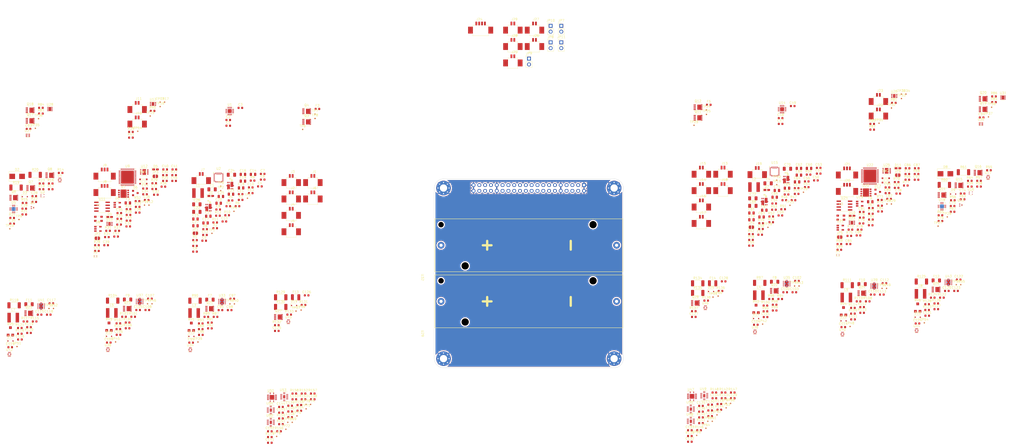
<source format=kicad_pcb>
(kicad_pcb (version 20210623) (generator pcbnew)

  (general
    (thickness 1)
  )

  (paper "A4")
  (title_block
    (title "BUTCube - EPS")
    (date "2021-08-20")
    (rev "v1.0")
    (company "VUT - FIT(STRaDe) & FME(IAE & IPE)")
    (comment 1 "Author: Petr Malaník")
  )

  (layers
    (0 "F.Cu" signal)
    (1 "In1.Cu" signal)
    (2 "In2.Cu" signal)
    (31 "B.Cu" signal)
    (32 "B.Adhes" user "B.Adhesive")
    (33 "F.Adhes" user "F.Adhesive")
    (34 "B.Paste" user)
    (35 "F.Paste" user)
    (36 "B.SilkS" user "B.Silkscreen")
    (37 "F.SilkS" user "F.Silkscreen")
    (38 "B.Mask" user)
    (39 "F.Mask" user)
    (40 "Dwgs.User" user "User.Drawings")
    (41 "Cmts.User" user "User.Comments")
    (42 "Eco1.User" user "User.Eco1")
    (43 "Eco2.User" user "User.Eco2")
    (44 "Edge.Cuts" user)
    (45 "Margin" user)
    (46 "B.CrtYd" user "B.Courtyard")
    (47 "F.CrtYd" user "F.Courtyard")
    (48 "B.Fab" user)
    (49 "F.Fab" user)
    (50 "User.1" user)
    (51 "User.2" user)
    (52 "User.3" user)
    (53 "User.4" user)
    (54 "User.5" user)
    (55 "User.6" user)
    (56 "User.7" user)
    (57 "User.8" user)
    (58 "User.9" user)
  )

  (setup
    (stackup
      (layer "F.SilkS" (type "Top Silk Screen"))
      (layer "F.Paste" (type "Top Solder Paste"))
      (layer "F.Mask" (type "Top Solder Mask") (color "Green") (thickness 0.01))
      (layer "F.Cu" (type "copper") (thickness 0.035))
      (layer "dielectric 1" (type "core") (thickness 0.28) (material "FR4") (epsilon_r 4.5) (loss_tangent 0.02))
      (layer "In1.Cu" (type "copper") (thickness 0.035))
      (layer "dielectric 2" (type "prepreg") (thickness 0.28) (material "FR4") (epsilon_r 4.5) (loss_tangent 0.02))
      (layer "In2.Cu" (type "copper") (thickness 0.035))
      (layer "dielectric 3" (type "core") (thickness 0.28) (material "FR4") (epsilon_r 4.5) (loss_tangent 0.02))
      (layer "B.Cu" (type "copper") (thickness 0.035))
      (layer "B.Mask" (type "Bottom Solder Mask") (color "Green") (thickness 0.01))
      (layer "B.Paste" (type "Bottom Solder Paste"))
      (layer "B.SilkS" (type "Bottom Silk Screen"))
      (copper_finish "Immersion gold")
      (dielectric_constraints no)
    )
    (pad_to_mask_clearance 0)
    (pcbplotparams
      (layerselection 0x00010fc_ffffffff)
      (disableapertmacros false)
      (usegerberextensions false)
      (usegerberattributes true)
      (usegerberadvancedattributes true)
      (creategerberjobfile true)
      (svguseinch false)
      (svgprecision 6)
      (excludeedgelayer true)
      (plotframeref false)
      (viasonmask false)
      (mode 1)
      (useauxorigin false)
      (hpglpennumber 1)
      (hpglpenspeed 20)
      (hpglpendiameter 15.000000)
      (dxfpolygonmode true)
      (dxfimperialunits true)
      (dxfusepcbnewfont true)
      (psnegative false)
      (psa4output false)
      (plotreference true)
      (plotvalue true)
      (plotinvisibletext false)
      (sketchpadsonfab false)
      (subtractmaskfromsilk false)
      (outputformat 1)
      (mirror false)
      (drillshape 1)
      (scaleselection 1)
      (outputdirectory "")
    )
  )

  (net 0 "")
  (net 1 "Net-(C1-Pad1)")
  (net 2 "VBUS")
  (net 3 "/Unit #1/MCU/MCU_POWER")
  (net 4 "/Unit #1/Battery charger/BAT")
  (net 5 "/Unit #1/Battery charger/SOLAR_IN")
  (net 6 "/USB power/USB_POWER")
  (net 7 "Net-(C6-Pad1)")
  (net 8 "Net-(C6-Pad2)")
  (net 9 "Net-(C7-Pad1)")
  (net 10 "GND")
  (net 11 "Net-(C7-Pad2)")
  (net 12 "Net-(C8-Pad1)")
  (net 13 "/Unit #1/Battery charger/PMID")
  (net 14 "/Unit #1/Battery charger/SYS")
  (net 15 "/Unit #1/Battery charger/REGN")
  (net 16 "/Unit #1/Activation control/PWR_OUT")
  (net 17 "Net-(C29-Pad1)")
  (net 18 "/Unit #1/MCU/OUT_CUR")
  (net 19 "Net-(C32-Pad1)")
  (net 20 "/Unit #1/MCU/VREF")
  (net 21 "Net-(C47-Pad1)")
  (net 22 "/Unit #2/MCU/MCU_POWER")
  (net 23 "/Unit #2/Battery charger/SOLAR_IN")
  (net 24 "Net-(C52-Pad1)")
  (net 25 "Net-(C52-Pad2)")
  (net 26 "Net-(C53-Pad1)")
  (net 27 "Net-(C53-Pad2)")
  (net 28 "Net-(C54-Pad1)")
  (net 29 "/Unit #2/Battery charger/PMID")
  (net 30 "/Unit #2/Battery charger/SYS")
  (net 31 "/Unit #2/Battery charger/REGN")
  (net 32 "/Unit #2/Activation control/PWR_OUT")
  (net 33 "Net-(C75-Pad1)")
  (net 34 "/Unit #2/MCU/OUT_CUR")
  (net 35 "Net-(C78-Pad1)")
  (net 36 "/Unit #2/MCU/VREF")
  (net 37 "Net-(C93-Pad1)")
  (net 38 "Net-(C94-Pad1)")
  (net 39 "/Unit #1/Output control/PWR_OUT")
  (net 40 "Net-(C96-Pad1)")
  (net 41 "Net-(C97-Pad1)")
  (net 42 "/Unit #2/Output control/PWR_OUT")
  (net 43 "Net-(C101-Pad1)")
  (net 44 "Net-(C102-Pad1)")
  (net 45 "Net-(C106-Pad1)")
  (net 46 "Net-(C107-Pad1)")
  (net 47 "Net-(C111-Pad1)")
  (net 48 "Net-(C112-Pad1)")
  (net 49 "Net-(C116-Pad1)")
  (net 50 "Net-(C117-Pad1)")
  (net 51 "Net-(C121-Pad1)")
  (net 52 "Net-(C122-Pad1)")
  (net 53 "/Unit #1/ADC/VBAT_CUR")
  (net 54 "/Unit #2/ADC/VBAT_CUR")
  (net 55 "Net-(C129-Pad1)")
  (net 56 "Net-(C130-Pad1)")
  (net 57 "Net-(C131-Pad1)")
  (net 58 "Net-(C132-Pad1)")
  (net 59 "Net-(C133-Pad1)")
  (net 60 "/Unit #2/Activation control/Activation logic/PWR_IN")
  (net 61 "Net-(C138-Pad1)")
  (net 62 "Net-(C139-Pad1)")
  (net 63 "Net-(C140-Pad1)")
  (net 64 "Net-(C141-Pad1)")
  (net 65 "Net-(C142-Pad1)")
  (net 66 "/Unit #1/Activation control/Activation logic/PWR_IN")
  (net 67 "Net-(D2-Pad2)")
  (net 68 "/Stack connector/CAN_L")
  (net 69 "/Stack connector/CAN_H")
  (net 70 "/Unit #1/ADC/1V8_CUR")
  (net 71 "/Unit #2/ADC/1V8_CUR")
  (net 72 "/Unit #1/ADC/3V3_CUR")
  (net 73 "/Unit #2/ADC/3V3_CUR")
  (net 74 "/Unit #1/ADC/5V_CUR")
  (net 75 "/Unit #2/ADC/5V_CUR")
  (net 76 "/Unit #1/Activation control/PWR_IN")
  (net 77 "/Unit #1/MCU/POWER")
  (net 78 "Net-(F3-Pad2)")
  (net 79 "/Unit #2/Activation control/PWR_IN")
  (net 80 "/Unit #2/MCU/POWER")
  (net 81 "Net-(F6-Pad2)")
  (net 82 "Net-(F7-Pad1)")
  (net 83 "/Unit #1/1V8")
  (net 84 "Net-(F8-Pad1)")
  (net 85 "/Unit #2/1V8")
  (net 86 "Net-(F9-Pad1)")
  (net 87 "/Unit #1/3V3")
  (net 88 "Net-(F10-Pad1)")
  (net 89 "/Unit #2/3V3")
  (net 90 "Net-(F11-Pad1)")
  (net 91 "/Unit #1/5V")
  (net 92 "Net-(F12-Pad1)")
  (net 93 "/Unit #2/5V")
  (net 94 "Net-(F13-Pad1)")
  (net 95 "/Unit #1/VBAT")
  (net 96 "Net-(F14-Pad1)")
  (net 97 "/Unit #2/VBAT")
  (net 98 "Net-(J7-Pad1)")
  (net 99 "/Unit #1/MCU/DBG_TX")
  (net 100 "/Unit #1/MCU/DBG_RX")
  (net 101 "/Unit #1/MCU/SWCLK")
  (net 102 "/Unit #1/MCU/SWDIO")
  (net 103 "/Unit #1/Battery temperature control/NTC_OUT")
  (net 104 "Net-(J11-Pad1)")
  (net 105 "/Stack connector/EPS#1_CHARGE")
  (net 106 "/Stack connector/RS_485_~{B}")
  (net 107 "/Stack connector/RS_485_A")
  (net 108 "/Stack connector/EPS#2_CHARGE")
  (net 109 "Net-(J19-Pad1)")
  (net 110 "/Unit #2/MCU/DBG_TX")
  (net 111 "/Unit #2/MCU/DBG_RX")
  (net 112 "/Unit #2/MCU/SWCLK")
  (net 113 "/Unit #2/MCU/SWDIO")
  (net 114 "/Unit #2/Battery temperature control/NTC_OUT")
  (net 115 "Net-(J23-Pad1)")
  (net 116 "/Activation switches/RBF_PIN")
  (net 117 "/Activation switches/SW_#1")
  (net 118 "/Activation switches/SW_#2")
  (net 119 "/Activation switches/SW_#3")
  (net 120 "/Activation switches/SW_#4")
  (net 121 "Net-(JP1-Pad2)")
  (net 122 "Net-(JP2-Pad1)")
  (net 123 "/Unit #1/MCU/NRST")
  (net 124 "Net-(JP3-Pad1)")
  (net 125 "Net-(JP3-Pad2)")
  (net 126 "Net-(JP4-Pad2)")
  (net 127 "Net-(JP5-Pad1)")
  (net 128 "/Unit #2/MCU/NRST")
  (net 129 "Net-(JP6-Pad1)")
  (net 130 "Net-(JP6-Pad2)")
  (net 131 "Net-(L3-Pad1)")
  (net 132 "Net-(L3-Pad2)")
  (net 133 "Net-(L4-Pad1)")
  (net 134 "Net-(L4-Pad2)")
  (net 135 "Net-(L5-Pad1)")
  (net 136 "Net-(L5-Pad2)")
  (net 137 "Net-(L6-Pad1)")
  (net 138 "Net-(L6-Pad2)")
  (net 139 "Net-(L7-Pad1)")
  (net 140 "Net-(L7-Pad2)")
  (net 141 "Net-(L8-Pad1)")
  (net 142 "Net-(L8-Pad2)")
  (net 143 "Net-(Q1-PadG1)")
  (net 144 "Net-(Q1-PadS1)")
  (net 145 "Net-(Q2-PadG1)")
  (net 146 "Net-(Q2-PadS1)")
  (net 147 "/Unit #1/Activation control/Activation logic/SEP_EN")
  (net 148 "Net-(Q3-Pad5)")
  (net 149 "/Unit #1/Activation control/Activation logic/RBF_EN")
  (net 150 "Net-(Q5-Pad1)")
  (net 151 "Net-(Q5-Pad3)")
  (net 152 "Net-(Q7-Pad1)")
  (net 153 "Net-(Q7-Pad4)")
  (net 154 "Net-(Q7-Pad5)")
  (net 155 "Net-(Q9-PadG1)")
  (net 156 "Net-(Q9-PadS1)")
  (net 157 "Net-(Q10-PadG1)")
  (net 158 "Net-(Q10-PadS1)")
  (net 159 "/Unit #2/Activation control/Activation logic/SEP_EN")
  (net 160 "Net-(Q11-Pad5)")
  (net 161 "/Unit #2/Activation control/Activation logic/RBF_EN")
  (net 162 "Net-(Q13-Pad1)")
  (net 163 "Net-(Q13-Pad3)")
  (net 164 "Net-(Q15-Pad1)")
  (net 165 "Net-(Q15-Pad4)")
  (net 166 "Net-(Q15-Pad5)")
  (net 167 "Net-(Q17-Pad4)")
  (net 168 "Net-(Q17-Pad5)")
  (net 169 "Net-(Q18-Pad1)")
  (net 170 "Net-(Q18-Pad4)")
  (net 171 "Net-(Q19-Pad4)")
  (net 172 "Net-(Q19-Pad5)")
  (net 173 "Net-(Q20-Pad1)")
  (net 174 "Net-(Q20-Pad4)")
  (net 175 "/Unit #1/Power supplies/Power_supply_1V8/PER_POWER")
  (net 176 "/Unit #1/MCU/1V8_EN")
  (net 177 "/Unit #2/Power supplies/Power_supply_1V8/PER_POWER")
  (net 178 "/Unit #2/MCU/1V8_EN")
  (net 179 "/Unit #1/MCU/3V3_EN")
  (net 180 "/Unit #2/MCU/3V3_EN")
  (net 181 "/Unit #1/Power supplies/Power_supply_5V/PER_POWER")
  (net 182 "/Unit #1/MCU/5V_EN")
  (net 183 "/Unit #2/Power supplies/Power_supply_5V/PER_POWER")
  (net 184 "/Unit #2/MCU/5V_EN")
  (net 185 "Net-(Q27-Pad1)")
  (net 186 "/Unit #1/MCU/VBAT_EN")
  (net 187 "Net-(Q28-Pad1)")
  (net 188 "/Unit #2/MCU/VBAT_EN")
  (net 189 "/Unit #1/Battery charger/D+")
  (net 190 "/Unit #1/Battery charger/D-")
  (net 191 "Net-(R5-Pad2)")
  (net 192 "Net-(R6-Pad2)")
  (net 193 "Net-(R7-Pad1)")
  (net 194 "Net-(R8-Pad2)")
  (net 195 "Net-(D1-Pad2)")
  (net 196 "Net-(R11-Pad1)")
  (net 197 "Net-(R16-Pad2)")
  (net 198 "Net-(R17-Pad2)")
  (net 199 "Net-(R18-Pad2)")
  (net 200 "Net-(R21-Pad2)")
  (net 201 "Net-(R22-Pad1)")
  (net 202 "Net-(R24-Pad2)")
  (net 203 "/Unit #1/MCU/VBAT")
  (net 204 "/Unit #1/MCU/VDDUSB")
  (net 205 "Net-(R30-Pad1)")
  (net 206 "/Unit #1/MCU/CAN_RS")
  (net 207 "/Unit #1/MCU/RS_485_R_EN")
  (net 208 "/Unit #1/MCU/RS_485_T_EN")
  (net 209 "/Unit #1/Battery temperature control/EN")
  (net 210 "/Unit #1/Battery temperature control/NTC_REF")
  (net 211 "/Unit #2/Battery charger/D+")
  (net 212 "/Unit #2/Battery charger/D-")
  (net 213 "Net-(R47-Pad2)")
  (net 214 "Net-(R57-Pad2)")
  (net 215 "/Unit #2/MCU/VBAT")
  (net 216 "/Unit #2/MCU/VDDUSB")
  (net 217 "/Unit #2/MCU/CAN_RS")
  (net 218 "/Unit #2/MCU/RS_485_R_EN")
  (net 219 "/Unit #2/MCU/RS_485_T_EN")
  (net 220 "/Unit #2/Battery temperature control/EN")
  (net 221 "/Unit #2/Battery temperature control/NTC_REF")
  (net 222 "Net-(R82-Pad1)")
  (net 223 "Net-(R91-Pad2)")
  (net 224 "Net-(R98-Pad2)")
  (net 225 "Net-(R105-Pad2)")
  (net 226 "Net-(R112-Pad2)")
  (net 227 "Net-(R119-Pad2)")
  (net 228 "/Unit #1/Battery temperature control/~{FAULT}")
  (net 229 "/Unit #2/Battery temperature control/~{FAULT}")
  (net 230 "Net-(TP61-Pad1)")
  (net 231 "Net-(TP62-Pad1)")
  (net 232 "Net-(TP63-Pad1)")
  (net 233 "Net-(TP64-Pad1)")
  (net 234 "Net-(TP67-Pad1)")
  (net 235 "Net-(TP69-Pad1)")
  (net 236 "Net-(TP70-Pad1)")
  (net 237 "Net-(TP71-Pad1)")
  (net 238 "Net-(TP72-Pad1)")
  (net 239 "Net-(TP75-Pad1)")
  (net 240 "/Unit #1/ADC/~{CS}")
  (net 241 "/Unit #1/MCU/SPI_MISO")
  (net 242 "/Unit #1/MCU/SPI_SCK")
  (net 243 "/Unit #1/MCU/SPI_MOSI")
  (net 244 "Net-(D1-Pad1)")
  (net 245 "/Unit #1/Battery charger/SCL")
  (net 246 "/Unit #1/Battery charger/SDA")
  (net 247 "/Unit #1/Battery charger/~{INT}")
  (net 248 "/Unit #1/MCU/WDG_RESET")
  (net 249 "/Unit #1/MCU/FRAM_CS")
  (net 250 "/Unit #1/MCU/LSE")
  (net 251 "/Unit #1/MCU/HSE")
  (net 252 "/Unit #1/Battery charger/BAT_ALERT")
  (net 253 "/Unit #1/MCU/RS_485_R")
  (net 254 "/Unit #1/MCU/RS_485_T")
  (net 255 "/Unit #1/MCU/CAN_RX")
  (net 256 "/Unit #1/MCU/CAN_TX")
  (net 257 "/Unit #2/ADC/~{CS}")
  (net 258 "/Unit #2/MCU/SPI_MISO")
  (net 259 "/Unit #2/MCU/SPI_SCK")
  (net 260 "/Unit #2/MCU/SPI_MOSI")
  (net 261 "Net-(D5-Pad1)")
  (net 262 "/Unit #2/Battery charger/SCL")
  (net 263 "/Unit #2/Battery charger/SDA")
  (net 264 "/Unit #2/Battery charger/~{INT}")
  (net 265 "/Unit #2/MCU/WDG_RESET")
  (net 266 "/Unit #2/MCU/FRAM_CS")
  (net 267 "/Unit #2/MCU/LSE")
  (net 268 "/Unit #2/MCU/HSE")
  (net 269 "/Unit #2/Battery charger/BAT_ALERT")
  (net 270 "/Unit #2/MCU/RS_485_R")
  (net 271 "/Unit #2/MCU/RS_485_T")
  (net 272 "/Unit #2/MCU/CAN_RX")
  (net 273 "/Unit #2/MCU/CAN_TX")
  (net 274 "Net-(U52-Pad6)")
  (net 275 "Net-(U53-Pad8)")
  (net 276 "Net-(U54-Pad12)")
  (net 277 "Net-(U48-Pad6)")
  (net 278 "Net-(U48-Pad8)")
  (net 279 "Net-(U48-Pad12)")
  (net 280 "Net-(U49-Pad10)")
  (net 281 "Net-(U49-Pad8)")
  (net 282 "Net-(U49-Pad12)")
  (net 283 "Net-(U50-Pad12)")
  (net 284 "Net-(U52-Pad8)")
  (net 285 "Net-(U52-Pad12)")
  (net 286 "Net-(U53-Pad10)")
  (net 287 "Net-(U53-Pad12)")
  (net 288 "Net-(D4-Pad1)")
  (net 289 "Net-(D7-Pad1)")
  (net 290 "Net-(D7-Pad2)")
  (net 291 "Net-(D8-Pad2)")
  (net 292 "Net-(D10-Pad1)")
  (net 293 "Net-(D11-Pad1)")
  (net 294 "/Unit #1/MCU/LED1")
  (net 295 "/Unit #1/MCU/LED2")
  (net 296 "Net-(R41-Pad1)")
  (net 297 "Net-(R46-Pad2)")
  (net 298 "Net-(R48-Pad1)")
  (net 299 "Net-(R49-Pad2)")
  (net 300 "Net-(R52-Pad1)")
  (net 301 "Net-(R58-Pad2)")
  (net 302 "Net-(R59-Pad2)")
  (net 303 "Net-(R62-Pad2)")
  (net 304 "Net-(R63-Pad1)")
  (net 305 "Net-(R65-Pad2)")
  (net 306 "Net-(R71-Pad1)")
  (net 307 "/Unit #2/MCU/LED1")
  (net 308 "/Unit #2/MCU/LED2")
  (net 309 "Net-(R84-Pad1)")
  (net 310 "Net-(R86-Pad1)")
  (net 311 "Net-(R88-Pad2)")
  (net 312 "Net-(R89-Pad1)")
  (net 313 "Net-(R95-Pad2)")
  (net 314 "Net-(R96-Pad1)")
  (net 315 "Net-(R102-Pad2)")
  (net 316 "Net-(R103-Pad1)")
  (net 317 "Net-(R109-Pad2)")
  (net 318 "Net-(R110-Pad1)")
  (net 319 "Net-(R116-Pad2)")
  (net 320 "Net-(R117-Pad1)")
  (net 321 "Net-(R123-Pad2)")
  (net 322 "Net-(R124-Pad1)")
  (net 323 "Net-(R126-Pad2)")
  (net 324 "Net-(R132-Pad2)")
  (net 325 "Net-(R137-Pad2)")
  (net 326 "/Unit #2/Battery charger/BAT")
  (net 327 "/Unit #1/Battery charger/BAT+")
  (net 328 "/Unit #2/Battery charger/BAT+")

  (footprint "LED_SMD:LED_0603_1608Metric_Castellated" (layer "F.Cu") (at -36.765 39.865))

  (footprint "Capacitor_SMD:C_0603_1608Metric" (layer "F.Cu") (at -6.69 62.6))

  (footprint "Package_SO:Vishay_PowerPAK_1212-8_Single" (layer "F.Cu") (at -82.91 42.45))

  (footprint "Capacitor_SMD:C_0603_1608Metric" (layer "F.Cu") (at 252.82 41.71))

  (footprint "Resistor_SMD:R_0603_1608Metric" (layer "F.Cu") (at 227.69 63.37))

  (footprint "Package_SO:SOIC-8_3.9x4.9mm_P1.27mm" (layer "F.Cu") (at -60.125 56.165))

  (footprint "Resistor_SMD:R_0603_1608Metric" (layer "F.Cu") (at -78.2 41.4))

  (footprint "Resistor_SMD:R_0603_1608Metric" (layer "F.Cu") (at 322.84 44.855))

  (footprint "Capacitor_SMD:C_0603_1608Metric" (layer "F.Cu") (at -37.335 48.425))

  (footprint "Diode_SMD:D_SOD-323F" (layer "F.Cu") (at 23.73 99.29))

  (footprint "Capacitor_SMD:C_0603_1608Metric" (layer "F.Cu") (at 261.855 74.97))

  (footprint "TCY_connectors:TestPoint_Pad_D0.5mm" (layer "F.Cu") (at 308.99 60.605))

  (footprint "TCY_IC:VQFN-HR_29(34)_4x4mm_P0.4mm" (layer "F.Cu") (at 233.555 40.775))

  (footprint "LED_SMD:LED_0603_1608Metric_Castellated" (layer "F.Cu") (at -56.785 60.635))

  (footprint "Resistor_SMD:R_0603_1608Metric" (layer "F.Cu") (at 27.86 99.07))

  (footprint "Resistor_SMD:R_0603_1608Metric" (layer "F.Cu") (at 267.78 100.34))

  (footprint "Package_TO_SOT_SMD:SOT-23-5" (layer "F.Cu") (at 262.275 65.33))

  (footprint "Resistor_SMD:R_0603_1608Metric" (layer "F.Cu") (at 276.2 19.99))

  (footprint "Resistor_SMD:R_0603_1608Metric" (layer "F.Cu") (at 311.3 58.375))

  (footprint "MountingHole:MountingHole_3.2mm_M3_Pad_Via" (layer "F.Cu") (at 89 122.5))

  (footprint "Resistor_SMD:R_0603_1608Metric" (layer "F.Cu") (at -92.01 111.28))

  (footprint "Capacitor_SMD:C_0603_1608Metric" (layer "F.Cu") (at -15.51 71.01))

  (footprint "Resistor_SMD:R_0603_1608Metric" (layer "F.Cu") (at -46.52 104.22))

  (footprint "Capacitor_SMD:C_0603_1608Metric" (layer "F.Cu") (at 308.8 92.93))

  (footprint "Resistor_SMD:R_0603_1608Metric" (layer "F.Cu") (at -93.96 54.51))

  (footprint "TCY_connectors:TestPoint_Pad_D0.5mm" (layer "F.Cu") (at 206.69 95.63))

  (footprint "Resistor_SMD:R_2010_5025Metric" (layer "F.Cu") (at 227.08 89.41))

  (footprint "TCY_connectors:Amphenol_10114830-11102LF_1x02_P1.25mm_Horizontal" (layer "F.Cu") (at 128.73 -15.89))

  (footprint "Capacitor_SMD:C_0603_1608Metric" (layer "F.Cu") (at -36.615 50.935))

  (footprint "Capacitor_SMD:C_0603_1608Metric" (layer "F.Cu") (at 22.02 148.08))

  (footprint "TCY_connectors:Amphenol_10114830-11103LF_1x03_P1.25mm_Horizontal" (layer "F.Cu") (at -59 47.83))

  (footprint "Package_SO:Vishay_PowerPAK_1212-8_Single" (layer "F.Cu") (at 314.12 46.845))

  (footprint "Resistor_SMD:R_0603_1608Metric" (layer "F.Cu") (at 27.87 140.25))

  (footprint "Package_DFN_QFN:UQFN-10_1.4x1.8mm_P0.4mm" (layer "F.Cu") (at -100.6 120.6))

  (footprint "Capacitor_SMD:C_0603_1608Metric" (layer "F.Cu") (at 306.01 62.415))

  (footprint "Resistor_SMD:R_0603_1608Metric" (layer "F.Cu") (at 276.2 22.5))

  (footprint "Package_DFN_QFN:UQFN-10_1.4x1.8mm_P0.4mm" (layer "F.Cu") (at 225 110.8))

  (footprint "Resistor_SMD:R_0603_1608Metric" (layer "F.Cu") (at 196.58 156.29))

  (footprint "Resistor_SMD:R_0603_1608Metric" (layer "F.Cu") (at 266.705 66.18))

  (footprint "Capacitor_SMD:C_0603_1608Metric" (layer "F.Cu") (at 229.63 104.34))

  (footprint "Resistor_SMD:R_0603_1608Metric" (layer "F.Cu") (at -57.995 69.415))

  (footprint "Capacitor_SMD:C_0603_1608Metric" (layer "F.Cu") (at 207.28 139.8))

  (footprint "TCY_connectors:TestPoint_Pad_D0.5mm" (layer "F.Cu") (at 16.14 156.46))

  (footprint "Capacitor_SMD:C_0603_1608Metric" (layer "F.Cu") (at 313.95 87.98))

  (footprint "TCY_connectors:Amphenol_10114830-11102LF_1x02_P1.25mm_Horizontal" (layer "F.Cu") (at 22.5 43.52))

  (footprint "TCY_connectors:TestPoint_Pad_D0.5mm" (layer "F.Cu") (at -44.52 23.21))

  (footprint "TCY_connectors:TestPoint_Pad_D0.5mm" (layer "F.Cu") (at -12.13 67.78))

  (footprint "Resistor_SMD:R_0603_1608Metric" (layer "F.Cu") (at -48.565 57.235))

  (footprint "Resistor_SMD:R_0603_1608Metric" (layer "F.Cu") (at 295.555 41.88))

  (footprint "Resistor_SMD:R_0603_1608Metric" (layer "F.Cu") (at 223.28 70.65))

  (footprint "Connector_PinHeader_2.54mm:PinHeader_1x02_P2.54mm_Vertical" (layer "F.Cu") (at 140.43 -15.625))

  (footprint "Capacitor_SMD:C_0603_1608Metric" (layer "F.Cu") (at 287.585 50.43))

  (footprint "Resistor_SMD:R_0603_1608Metric" (layer "F.Cu") (at 248.41 42.15))

  (footprint "Resistor_SMD:R_0603_1608Metric" (layer "F.Cu") (at -38.05 14.32))

  (footprint "Resistor_SMD:R_0603_1608Metric" (layer "F.Cu") (at -86.81 12.98))

  (footprint "Resistor_SMD:R_0603_1608Metric" (layer "F.Cu") (at 290.875 46.9))

  (footprint "Package_DFN_QFN:UQFN-10_1.4x1.8mm_P0.4mm" (layer "F.Cu") (at -21.6 118.6))

  (footprint "Resistor_SMD:R_0603_1608Metric" (layer "F.Cu")
    (tedit 5B301BBD) (tstamp 1f1584f4-9bdc-4274-b499-3d64a623eada)
    (at -50.53 104.22)
    (descr "Resistor SMD 0603 (1608 Metric), square (rectangular) end terminal, IPC_7351 nominal, (Body size source: http://www.tortai-tech.com/upload/download/2011102023233369053.pdf), generated with kicad-footprint-generator")
    (tags "resistor")
    (property "Sheetfile" "Power_supply.kicad_sch")
    (property "Sheetname" "Power_supply_3V3")
    (path "/3fbfe5f5-450c-4c51-813c-f3d5ddddd4e3/e90aa45b-e371-4d9f-a40f-45b62d6b0cc2/b028d684-e73b-4aba-a10d-751a54ede8f8/edb34068-00d6-4168-b744-075735693e81")
    (attr smd)
    (fp_text reference "R103" (at 0 -1.43) (layer "F.SilkS")
      (effects (font (size 1 1) (thickness 0.15)))
      (tstamp 9833a922-2a52-483f-91f6-391e6ed5f60c)
    )
    (fp_text value "200k" (at 0 1.43) (layer "F.Fab")
      (effects (font (size 1 1) (thickness 0.15)))
      (tstamp 00bf6896-01c3-4258-bb0f-4fd97ed24f6d)
    )
    (fp_text user "${REFERENCE}" (at 0 0) (layer "F.Fab")
      (effects (font (size 0.4 0.4) (thickness 0.06)))
      (tstamp e196cd60-9058-4472-851f-c722480747ad)
    )
    (fp_line (start -0.162779 0.51) (end 0.162779 0.51) (layer "F.SilkS") (width 0.12) (tstamp 135771f6-ff7b-430a-969c-99908e154684))
    (fp_line (start -0.162779 -0.51) (end 0.162779 -0.51) (layer "F.SilkS") (width 0.12) (tstamp f1dd5e1e-3dda-4d46-aae2-19e5a5e13f63))
    (fp_line (start 1.48 0.73) (end -1.48 0.73) (layer "F.CrtYd") (width 0.05) (tstamp 2ebe7d08-69ea-47a2-948f-49c786772c1c))
    (fp_line (start -1.48 0.73) (end -1.48 -0.73) (layer "F.CrtYd") (width 0.05) (tstamp 409b1a5c-ee54-
... [1809711 chars truncated]
</source>
